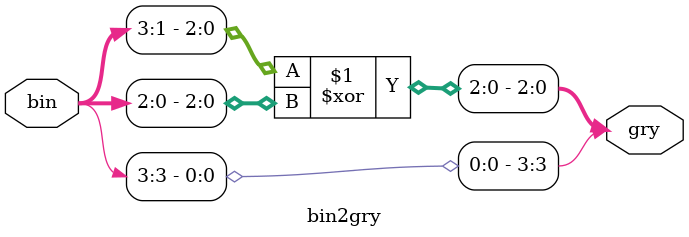
<source format=v>
/*
 Parameterized Binary 2 Gray converter. 
*/ 

module bin2gry(/*AUTOARG*/
   // Outputs
   gry,
   // Inputs
   bin
   );

   parameter DW = 4; // Data Width

   input [DW-1:0]    bin; // Binary Input
   output [DW-1:0]   gry; // Gray Output
   
   assign gry = {bin[DW-1] , (bin[DW-1:1] ^ bin[DW-2:0]) };
		 
endmodule // bin2gry




</source>
